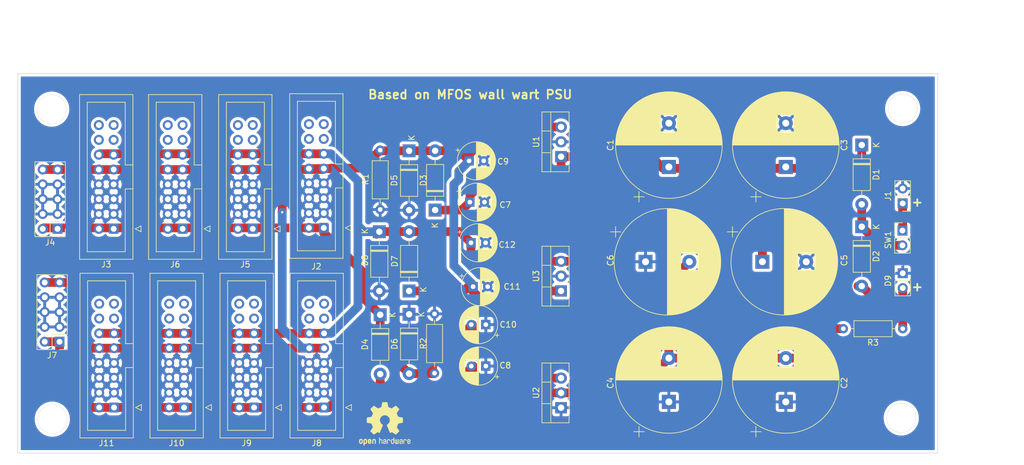
<source format=kicad_pcb>
(kicad_pcb (version 20211014) (generator pcbnew)
  (layers (0 "F.Cu" signal) (31 "B.Cu" signal) (34 "B.Paste" user) (35 "F.Paste" user) (36 "B.SilkS" user "B.Silkscreen") (37 "F.SilkS" user "F.Silkscreen") (38 "B.Mask" user) (39 "F.Mask" user) (44 "Edge.Cuts" user))
  (net 0 "")
  (net 1 "GND")
  (net 2 "Net-(C1-Pad1)")
  (net 3 "Net-(C2-Pad2)")
  (net 4 "+12V")
  (net 5 "-12V")
  (net 6 "Net-(D1-Pad2)")
  (net 7 "+5V")
  (net 8 "Net-(J1-Pad1)")
  (net 9 "Net-(D9-Pad2)")
  (footprint "Capacitor_THT:CP_Radial_D18.0mm_P7.50mm" (layer "F.Cu") (at 164 71 90)
    (fp_text reference "C1" (at 3.7396 -10.0012 90) (layer "F.SilkS"))
    (fp_text value "3300uF")
    (pad "1" thru_hole rect locked (at 0 0 90) (size 2.4 2.4) (drill 1.2) (layers *.Cu *.Mask) (net 2 "Net-(C1-Pad1)"))
    (pad "2" thru_hole circle locked (at 7.5 0 90) (size 2.4 2.4) (drill 1.2) (layers *.Cu *.Mask) (net 1 "GND"))
  )
  (footprint "Capacitor_THT:CP_Radial_D18.0mm_P7.50mm" (layer "F.Cu") (at 184.0012 111.2396 90)
    (fp_text reference "C2" (at 3.2396 9.9988 90) (layer "F.SilkS"))
    (fp_text value "3300uF")
    (pad "1" thru_hole rect locked (at 0 0 90) (size 2.4 2.4) (drill 1.2) (layers *.Cu *.Mask) (net 1 "GND"))
    (pad "2" thru_hole circle locked (at 7.5 0 90) (size 2.4 2.4) (drill 1.2) (layers *.Cu *.Mask) (net 3 "Net-(C2-Pad2)"))
  )
  (footprint "Capacitor_THT:CP_Radial_D18.0mm_P7.50mm" (layer "F.Cu") (at 184 71 90)
    (fp_text reference "C3" (at 3.7396 9.9988 90) (layer "F.SilkS"))
    (fp_text value "3300uF")
    (pad "1" thru_hole rect locked (at 0 0 90) (size 2.4 2.4) (drill 1.2) (layers *.Cu *.Mask) (net 2 "Net-(C1-Pad1)"))
    (pad "2" thru_hole circle locked (at 7.5 0 90) (size 2.4 2.4) (drill 1.2) (layers *.Cu *.Mask) (net 1 "GND"))
  )
  (footprint "Capacitor_THT:CP_Radial_D18.0mm_P7.50mm" (layer "F.Cu") (at 164.0012 111.2396 90)
    (fp_text reference "C4" (at 3.2396 -10.0012 90) (layer "F.SilkS"))
    (fp_text value "3300uF")
    (pad "1" thru_hole rect locked (at 0 0 90) (size 2.4 2.4) (drill 1.2) (layers *.Cu *.Mask) (net 1 "GND"))
    (pad "2" thru_hole circle locked (at 7.5 0 90) (size 2.4 2.4) (drill 1.2) (layers *.Cu *.Mask) (net 3 "Net-(C2-Pad2)"))
  )
  (footprint "Capacitor_THT:CP_Radial_D18.0mm_P7.50mm" (layer "F.Cu") (at 180 87.2396)
    (fp_text reference "C5" (at 13.9988 -0.2396 90) (layer "F.SilkS"))
    (fp_text value "3300uF")
    (pad "1" thru_hole rect locked (at 0 0) (size 2.4 2.4) (drill 1.2) (layers *.Cu *.Mask) (net 2 "Net-(C1-Pad1)"))
    (pad "2" thru_hole circle locked (at 7.5 0) (size 2.4 2.4) (drill 1.2) (layers *.Cu *.Mask) (net 1 "GND"))
  )
  (footprint "Capacitor_THT:CP_Radial_D18.0mm_P7.50mm" (layer "F.Cu") (at 160.0012 87.2396)
    (fp_text reference "C6" (at -6.0012 -0.2396 90) (layer "F.SilkS"))
    (fp_text value "3300uF")
    (pad "1" thru_hole rect locked (at 0 0) (size 2.4 2.4) (drill 1.2) (layers *.Cu *.Mask) (net 1 "GND"))
    (pad "2" thru_hole circle locked (at 7.5 0) (size 2.4 2.4) (drill 1.2) (layers *.Cu *.Mask) (net 3 "Net-(C2-Pad2)"))
  )
  (footprint "Capacitor_THT:CP_Radial_D6.3mm_P2.50mm" (layer "F.Cu") (at 129.948584 77.021852)
    (fp_text reference "C7" (at 6.051416 0.478148) (layer "F.SilkS"))
    (fp_text value "1uF")
    (pad "1" thru_hole rect locked (at 0 0) (size 1.6 1.6) (drill 0.8) (layers *.Cu *.Mask) (net 2 "Net-(C1-Pad1)"))
    (pad "2" thru_hole circle locked (at 2.5 0) (size 1.6 1.6) (drill 0.8) (layers *.Cu *.Mask) (net 1 "GND"))
  )
  (footprint "Capacitor_THT:CP_Radial_D6.3mm_P2.50mm" (layer "F.Cu") (at 132.68238 105.1052 180)
    (fp_text reference "C8" (at -3.31762 0.1052) (layer "F.SilkS"))
    (fp_text value "1uF")
    (pad "1" thru_hole rect locked (at 0 0 180) (size 1.6 1.6) (drill 0.8) (layers *.Cu *.Mask) (net 1 "GND"))
    (pad "2" thru_hole circle locked (at 2.5 0 180) (size 1.6 1.6) (drill 0.8) (layers *.Cu *.Mask) (net 3 "Net-(C2-Pad2)"))
  )
  (footprint "Capacitor_THT:CP_Radial_D6.3mm_P2.50mm" (layer "F.Cu") (at 129.817621 69.9516)
    (fp_text reference "C9" (at 5.80575 0.114266) (layer "F.SilkS"))
    (fp_text value "1uF")
    (pad "1" thru_hole rect locked (at 0 0) (size 1.6 1.6) (drill 0.8) (layers *.Cu *.Mask) (net 4 "+12V"))
    (pad "2" thru_hole circle locked (at 2.5 0) (size 1.6 1.6) (drill 0.8) (layers *.Cu *.Mask) (net 1 "GND"))
  )
  (footprint "Capacitor_THT:CP_Radial_D6.3mm_P2.50mm" (layer "F.Cu") (at 132.68238 98 180)
    (fp_text reference "C10" (at -3.81762 0) (layer "F.SilkS"))
    (fp_text value "1uF")
    (pad "1" thru_hole rect locked (at 0 0 180) (size 1.6 1.6) (drill 0.8) (layers *.Cu *.Mask) (net 1 "GND"))
    (pad "2" thru_hole circle locked (at 2.5 0 180) (size 1.6 1.6) (drill 0.8) (layers *.Cu *.Mask) (net 5 "-12V"))
  )
  (footprint "Diode_THT:D_DO-41_SOD81_P10.16mm_Horizontal" (layer "F.Cu") (at 197.0012 67.2396 -90)
    (fp_text reference "D1" (at 5.08 -2.47 90) (layer "F.SilkS"))
    (fp_text value "1N4004")
    (fp_text user "K" (at 0 -2.4988 90) (layer "F.SilkS"))
    (pad "1" thru_hole rect locked (at 0 0 270) (size 2.2 2.2) (drill 1.1) (layers *.Cu *.Mask) (net 2 "Net-(C1-Pad1)"))
    (pad "2" thru_hole oval locked (at 10.16 0 270) (size 2.2 2.2) (drill 1.1) (layers *.Cu *.Mask) (net 6 "Net-(D1-Pad2)"))
  )
  (footprint "Diode_THT:D_DO-41_SOD81_P10.16mm_Horizontal" (layer "F.Cu") (at 197.0012 81.2396 -90)
    (fp_text reference "D2" (at 5.08 -2.47 90) (layer "F.SilkS"))
    (fp_text value "1N4004")
    (fp_text user "K" (at 0 -2.4988 90) (layer "F.SilkS"))
    (pad "1" thru_hole rect locked (at 0 0 270) (size 2.2 2.2) (drill 1.1) (layers *.Cu *.Mask) (net 6 "Net-(D1-Pad2)"))
    (pad "2" thru_hole oval locked (at 10.16 0 270) (size 2.2 2.2) (drill 1.1) (layers *.Cu *.Mask) (net 3 "Net-(C2-Pad2)"))
  )
  (footprint "Diode_THT:D_DO-41_SOD81_P10.16mm_Horizontal" (layer "F.Cu") (at 124.0028 78.3844 90)
    (fp_text reference "D3" (at 5.08 -2.0028 90) (layer "F.SilkS"))
    (fp_text value "1N4004")
    (fp_text user "K" (at -2.6156 -0.0028 90) (layer "F.SilkS"))
    (pad "1" thru_hole rect locked (at 0 0 90) (size 2.2 2.2) (drill 1.1) (layers *.Cu *.Mask) (net 2 "Net-(C1-Pad1)"))
    (pad "2" thru_hole oval locked (at 10.16 0 90) (size 2.2 2.2) (drill 1.1) (layers *.Cu *.Mask) (net 4 "+12V"))
  )
  (footprint "Diode_THT:D_DO-41_SOD81_P10.16mm_Horizontal" (layer "F.Cu") (at 114.6048 96.3168 -90)
    (fp_text reference "D4" (at 5.08 2.6048 90) (layer "F.SilkS"))
    (fp_text value "1N4004")
    (fp_text user "K" (at 0 -2.1 90) (layer "F.SilkS"))
    (pad "1" thru_hole rect locked (at 0 0 270) (size 2.2 2.2) (drill 1.1) (layers *.Cu *.Mask) (net 5 "-12V"))
    (pad "2" thru_hole oval locked (at 10.16 0 270) (size 2.2 2.2) (drill 1.1) (layers *.Cu *.Mask) (net 3 "Net-(C2-Pad2)"))
  )
  (footprint "Diode_THT:D_DO-41_SOD81_P10.16mm_Horizontal" (layer "F.Cu") (at 119.5516 68.2396 -90)
    (fp_text reference "D5" (at 5.08 2.5516 90) (layer "F.SilkS"))
    (fp_text value "1N4004")
    (fp_text user "K" (at -2.2396 -0.4484 90) (layer "F.SilkS"))
    (pad "1" thru_hole rect locked (at 0 0 270) (size 2.2 2.2) (drill 1.1) (layers *.Cu *.Mask) (net 4 "+12V"))
    (pad "2" thru_hole oval locked (at 10.16 0 270) (size 2.2 2.2) (drill 1.1) (layers *.Cu *.Mask) (net 1 "GND"))
  )
  (footprint "Diode_THT:D_DO-41_SOD81_P10.16mm_Horizontal" (layer "F.Cu") (at 119.5516 96.2396 -90)
    (fp_text reference "D6" (at 5.08 2.5 90) (layer "F.SilkS"))
    (fp_text value "1N4004")
    (fp_text user "K" (at 0 -2.1 90) (layer "F.SilkS"))
    (pad "1" thru_hole rect locked (at 0 0 270) (size 2.2 2.2) (drill 1.1) (layers *.Cu *.Mask) (net 1 "GND"))
    (pad "2" thru_hole oval locked (at 10.16 0 270) (size 2.2 2.2) (drill 1.1) (layers *.Cu *.Mask) (net 5 "-12V"))
  )
  (footprint "Connector_IDC:IDC-Header_2x08_P2.54mm_Vertical" (layer "F.Cu") (at 104.9516 81.4396 180)
    (fp_text reference "J2" (at 1.27 -6.604) (layer "F.SilkS"))
    (fp_text value "Connector_Generic:Conn_02x08_Odd_Even")
    (pad "1" thru_hole roundrect locked (at 0 0 180) (size 1.7 1.7) (drill 1) (layers *.Cu *.Mask) (roundrect_rratio 0.147059) (net 5 "-12V"))
    (pad "2" thru_hole circle locked (at 2.54 0 180) (size 1.7 1.7) (drill 1) (layers *.Cu *.Mask) (net 5 "-12V"))
    (pad "3" thru_hole circle locked (at 0 2.54 180) (size 1.7 1.7) (drill 1) (layers *.Cu *.Mask) (net 1 "GND"))
    (pad "4" thru_hole circle locked (at 2.54 2.54 180) (size 1.7 1.7) (drill 1) (layers *.Cu *.Mask) (net 1 "GND"))
    (pad "5" thru_hole circle locked (at 0 5.08 180) (size 1.7 1.7) (drill 1) (layers *.Cu *.Mask) (net 1 "GND"))
    (pad "6" thru_hole circle locked (at 2.54 5.08 180) (size 1.7 1.7) (drill 1) (layers *.Cu *.Mask) (net 1 "GND"))
    (pad "7" thru_hole circle locked (at 0 7.62 180) (size 1.7 1.7) (drill 1) (layers *.Cu *.Mask) (net 1 "GND"))
    (pad "8" thru_hole circle locked (at 2.54 7.62 180) (size 1.7 1.7) (drill 1) (layers *.Cu *.Mask) (net 1 "GND"))
    (pad "9" thru_hole circle locked (at 0 10.16 180) (size 1.7 1.7) (drill 1) (layers *.Cu *.Mask) (net 4 "+12V"))
    (pad "10" thru_hole circle locked (at 2.54 10.16 180) (size 1.7 1.7) (drill 1) (layers *.Cu *.Mask) (net 4 "+12V"))
    (pad "11" thru_hole circle locked (at 0 12.7 180) (size 1.7 1.7) (drill 1) (layers *.Cu *.Mask) (net 7 "+5V"))
    (pad "12" thru_hole circle locked (at 2.54 12.7 180) (size 1.7 1.7) (drill 1) (layers *.Cu *.Mask) (net 7 "+5V"))
    (pad "13" thru_hole circle locked (at 0 15.24 180) (size 1.7 1.7) (drill 1) (layers *.Cu *.Mask))
    (pad "14" thru_hole circle locked (at 2.54 15.24 180) (size 1.7 1.7) (drill 1) (layers *.Cu *.Mask))
    (pad "15" thru_hole circle locked (at 0 17.78 180) (size 1.7 1.7) (drill 1) (layers *.Cu *.Mask))
    (pad "16" thru_hole circle locked (at 2.54 17.78 180) (size 1.7 1.7) (drill 1) (layers *.Cu *.Mask))
  )
  (footprint "Resistor_THT:R_Axial_DIN0207_L6.3mm_D2.5mm_P10.16mm_Horizontal" (layer "F.Cu") (at 114.6048 68.1228 -90)
    (fp_text reference "R1" (at 5 2.5 90) (layer "F.SilkS"))
    (fp_text value "3K3")
    (pad "1" thru_hole circle locked (at 0 0 270) (size 1.6 1.6) (drill 0.8) (layers *.Cu *.Mask) (net 4 "+12V"))
    (pad "2" thru_hole oval locked (at 10.16 0 270) (size 1.6 1.6) (drill 0.8) (layers *.Cu *.Mask) (net 1 "GND"))
  )
  (footprint "Resistor_THT:R_Axial_DIN0207_L6.3mm_D2.5mm_P10.16mm_Horizontal" (layer "F.Cu") (at 123.9012 106.3244 90)
    (fp_text reference "R2" (at 5.08 -1.9012 90) (layer "F.SilkS"))
    (fp_text value "3K3")
    (pad "1" thru_hole circle locked (at 0 0 90) (size 1.6 1.6) (drill 0.8) (layers *.Cu *.Mask) (net 5 "-12V"))
    (pad "2" thru_hole oval locked (at 10.16 0 90) (size 1.6 1.6) (drill 0.8) (layers *.Cu *.Mask) (net 1 "GND"))
  )
  (footprint "Connector_PinHeader_2.54mm:PinHeader_1x02_P2.54mm_Vertical" (layer "F.Cu") (at 204.0012 77.2396 180)
    (fp_text reference "J1" (at 2.5012 1.2396 90) (layer "F.SilkS"))
    (fp_text value "Barrel_Jack")
    (pad "1" thru_hole rect locked (at 0 0 180) (size 1.7 1.7) (drill 1) (layers *.Cu *.Mask) (net 8 "Net-(J1-Pad1)"))
    (pad "2" thru_hole oval locked (at 0 2.54 180) (size 1.7 1.7) (drill 1) (layers *.Cu *.Mask) (net 1 "GND"))
  )
  (footprint "Package_TO_SOT_THT:TO-220-3_Vertical" (layer "F.Cu") (at 145.5516 69.2396 90)
    (fp_text reference "U1" (at 2.54 -4.27 90) (layer "F.SilkS"))
    (fp_text value "L7812")
    (pad "1" thru_hole rect locked (at 0 0 90) (size 1.905 2) (drill 1.1) (layers *.Cu *.Mask) (net 2 "Net-(C1-Pad1)"))
    (pad "2" thru_hole oval locked (at 2.54 0 90) (size 1.905 2) (drill 1.1) (layers *.Cu *.Mask) (net 1 "GND"))
    (pad "3" thru_hole oval locked (at 5.08 0 90) (size 1.905 2) (drill 1.1) (layers *.Cu *.Mask) (net 4 "+12V"))
  )
  (footprint "Package_TO_SOT_THT:TO-220-3_Vertical" (layer "F.Cu") (at 145.5516 112.2396 90)
    (fp_text reference "U2" (at 2.54 -4.27 90) (layer "F.SilkS"))
    (fp_text value "L7912")
    (pad "1" thru_hole rect locked (at 0 0 90) (size 1.905 2) (drill 1.1) (layers *.Cu *.Mask) (net 1 "GND"))
    (pad "2" thru_hole oval locked (at 2.54 0 90) (size 1.905 2) (drill 1.1) (layers *.Cu *.Mask) (net 3 "Net-(C2-Pad2)"))
    (pad "3" thru_hole oval locked (at 5.08 0 90) (size 1.905 2) (drill 1.1) (layers *.Cu *.Mask) (net 5 "-12V"))
  )
  (footprint "Package_TO_SOT_THT:TO-220-3_Vertical" (layer "F.Cu") (at 145.5516 92.2396 90)
    (fp_text reference "U3" (at 2.54 -4.27 90) (layer "F.SilkS"))
    (fp_text value "L7805")
    (pad "1" thru_hole rect locked (at 0 0 90) (size 1.905 2) (drill 1.1) (layers *.Cu *.Mask) (net 4 "+12V"))
    (pad "2" thru_hole oval locked (at 2.54 0 90) (size 1.905 2) (drill 1.1) (layers *.Cu *.Mask) (net 1 "GND"))
    (pad "3" thru_hole oval locked (at 5.08 0 90) (size 1.905 2) (drill 1.1) (layers *.Cu *.Mask) (net 7 "+5V"))
  )
  (footprint "Capacitor_THT:CP_Radial_D6.3mm_P2.50mm" (layer "F.Cu") (at 130.5 91.5)
    (fp_text reference "C11" (at 6.682379 0) (layer "F.SilkS"))
    (fp_text value "1uF")
    (pad "1" thru_hole rect locked (at 0 0) (size 1.6 1.6) (drill 0.8) (layers *.Cu *.Mask) (net 4 "+12V"))
    (pad "2" thru_hole circle locked (at 2.5 0) (size 1.6 1.6) (drill 0.8) (layers *.Cu *.Mask) (net 1 "GND"))
  )
  (footprint "Capacitor_THT:CP_Radial_D6.3mm_P2.50mm" (layer "F.Cu") (at 130.1452 83.9856)
    (fp_text reference "C12" (at 6.173769 0.340038) (layer "F.SilkS"))
    (fp_text value "1uF")
    (pad "1" thru_hole rect locked (at 0 0) (size 1.6 1.6) (drill 0.8) (layers *.Cu *.Mask) (net 7 "+5V"))
    (pad "2" thru_hole circle locked (at 2.5 0) (size 1.6 1.6) (drill 0.8) (layers *.Cu *.Mask) (net 1 "GND"))
  )
  (footprint "Diode_THT:D_DO-41_SOD81_P10.16mm_Horizontal" (layer "F.Cu") (at 119.5516 92.2396 90)
    (fp_text reference "D7" (at 5.08 -2.47 90) (layer "F.SilkS"))
    (fp_text value "1N4004")
    (fp_text user "K" (at 0.2396 2.4484 90) (layer "F.SilkS"))
    (pad "1" thru_hole rect locked (at 0 0 90) (size 2.2 2.2) (drill 1.1) (layers *.Cu *.Mask) (net 4 "+12V"))
    (pad "2" thru_hole oval locked (at 10.16 0 90) (size 2.2 2.2) (drill 1.1) (layers *.Cu *.Mask) (net 7 "+5V"))
  )
  (footprint "Diode_THT:D_DO-41_SOD81_P10.16mm_Horizontal" (layer "F.Cu") (at 114.4524 82.0928 -90)
    (fp_text reference "D8" (at 4.9072 2.4524 90) (layer "F.SilkS"))
    (fp_text value "1N4004")
    (fp_text user "K" (at -0.0928 2.4524 90) (layer "F.SilkS"))
    (pad "1" thru_hole rect locked (at 0 0 270) (size 2.2 2.2) (drill 1.1) (layers *.Cu *.Mask) (net 7 "+5V"))
    (pad "2" thru_hole oval locked (at 10.16 0 270) (size 2.2 2.2) (drill 1.1) (layers *.Cu *.Mask) (net 1 "GND"))
  )
  (footprint "Connector_PinHeader_2.54mm:PinHeader_1x02_P2.54mm_Vertical" (layer "F.Cu") (at 203.962 81.8896)
    (fp_text reference "SW1" (at -2.462 1.6104 90) (layer "F.SilkS"))
    (fp_text value "SW_SPST")
    (pad "1" thru_hole rect locked (at 0 0) (size 1.7 1.7) (drill 1) (layers *.Cu *.Mask) (net 8 "Net-(J1-Pad1)"))
    (pad "2" thru_hole oval locked (at 0 2.54) (size 1.7 1.7) (drill 1) (layers *.Cu *.Mask) (net 6 "Net-(D1-Pad2)"))
  )
  (footprint "Connector_PinHeader_2.54mm:PinHeader_1x02_P2.54mm_Vertical" (layer "F.Cu") (at 204.0128 89.2048)
    (fp_text reference "D9" (at -2.5128 1.2952 90) (layer "F.SilkS"))
    (fp_text value "LED")
    (pad "1" thru_hole rect locked (at 0 0) (size 1.7 1.7) (drill 1) (layers *.Cu *.Mask) (net 1 "GND"))
    (pad "2" thru_hole oval locked (at 0 2.54) (size 1.7 1.7) (drill 1) (layers *.Cu *.Mask) (net 9 "Net-(D9-Pad2)"))
  )
  (footprint "Resistor_THT:R_Axial_DIN0207_L6.3mm_D2.5mm_P10.16mm_Horizontal" (layer "F.Cu") (at 204.0128 98.7044 180)
    (fp_text reference "R3" (at 5.08 -2.37) (layer "F.SilkS"))
    (fp_text value "160")
    (pad "1" thru_hole circle locked (at 0 0 180) (size 1.6 1.6) (drill 0.8) (layers *.Cu *.Mask) (net 9 "Net-(D9-Pad2)"))
    (pad "2" thru_hole oval locked (at 10.16 0 180) (size 1.6 1.6) (drill 0.8) (layers *.Cu *.Mask) (net 7 "+5V"))
  )
  (footprint "Connector_IDC:IDC-Header_2x08_P2.54mm_Vertical" (layer "F.Cu") (at 69 81.6 180)
    (fp_text reference "J3" (at 1.27 -6.1) (layer "F.SilkS"))
    (fp_text value "Connector_Generic:Conn_02x08_Odd_Even")
    (pad "1" thru_hole roundrect locked (at 0 0 180) (size 1.7 1.7) (drill 1) (layers *.Cu *.Mask) (roundrect_rratio 0.147059) (net 5 "-12V"))
    (pad "2" thru_hole circle locked (at 2.54 0 180) (size 1.7 1.7) (drill 1) (layers *.Cu *.Mask) (net 5 "-12V"))
    (pad "3" thru_hole circle locked (at 0 2.54 180) (size 1.7 1.7) (drill 1) (layers *.Cu *.Mask) (net 1 "GND"))
    (pad "4" thru_hole circle locked (at 2.54 2.54 180) (size 1.7 1.7) (drill 1) (layers *.Cu *.Mask) (net 1 "GND"))
    (pad "5" thru_hole circle locked (at 0 5.08 180) (size 1.7 1.7) (drill 1) (layers *.Cu *.Mask) (net 1 "GND"))
    (pad "6" thru_hole circle locked (at 2.54 5.08 180) (size 1.7 1.7) (drill 1) (layers *.Cu *.Mask) (net 1 "GND"))
    (pad "7" thru_hole circle locked (at 0 7.62 180) (size 1.7 1.7) (drill 1) (layers *.Cu *.Mask) (net 1 "GND"))
    (pad "8" thru_hole circle locked (at 2.54 7.62 180) (size 1.7 1.7) (drill 1) (layers *.Cu *.Mask) (net 1 "GND"))
    (pad "9" thru_hole circle locked (at 0 10.16 180) (size 1.7 1.7) (drill 1) (layers *.Cu *.Mask) (net 4 "+12V"))
    (pad "10" thru_hole circle locked (at 2.54 10.16 180) (size 1.7 1.7) (drill 1) (layers *.Cu *.Mask) (net 4 "+12V"))
    (pad "11" thru_hole circle locked (at 0 12.7 180) (size 1.7 1.7) (drill 1) (layers *.Cu *.Mask) (net 7 "+5V"))
    (pad "12" thru_hole circle locked (at 2.54 12.7 180) (size 1.7 1.7) (drill 1) (layers *.Cu *.Mask) (net 7 "+5V"))
    (pad "13" thru_hole circle locked (at 0 15.24 180) (size 1.7 1.7) (drill 1) (layers *.Cu *.Mask))
    (pad "14" thru_hole circle locked (at 2.54 15.24 180) (size 1.7 1.7) (drill 1) (layers *.Cu *.Mask))
    (pad "15" thru_hole circle locked (at 0 17.78 180) (size 1.7 1.7) (drill 1) (layers *.Cu *.Mask))
    (pad "16" thru_hole circle locked (at 2.54 17.78 180) (size 1.7 1.7) (drill 1) (layers *.Cu *.Mask))
  )
  (footprint "Symbol:OSHW-Logo2_9.8x8mm_SilkScreen" (layer "F.Cu") (at 115.4 115)
    (fp_text reference "REF**" hide)
    (fp_text value "OSHW-Logo2_9.8x8mm_SilkScreen" hide)
  )
  (footprint "Connector_PinHeader_2.54mm:PinHeader_2x05_P2.54mm_Vertical" (layer "F.Cu") (at 59.4 81.6 180)
    (fp_text reference "J4" (at 1.27 -2.33) (layer "F.SilkS"))
    (fp_text value "Conn_02x05_Odd_Even")
    (pad "1" thru_hole rect locked (at 0 0 180) (size 1.7 1.7) (drill 1) (layers *.Cu *.Mask) (net 5 "-12V"))
    (pad "2" thru_hole oval locked (at 2.54 0 180) (size 1.7 1.7) (drill 1) (layers *.Cu *.Mask) (net 5 "-12V"))
    (pad "3" thru_hole oval locked (at 0 2.54 180) (size 1.7 1.7) (drill 1) (layers *.Cu *.Mask) (net 1 "GND"))
    (pad "4" thru_hole oval locked (at 2.54 2.54 180) (size 1.7 1.7) (drill 1) (layers *.Cu *.Mask) (net 1 "GND"))
    (pad "5" thru_hole oval locked (at 0 5.08 180) (size 1.7 1.7) (drill 1) (layers *.Cu *.Mask) (net 1 "GND"))
    (pad "6" thru_hole oval locked (at 2.54 5.08 180) (size 1.7 1.7) (drill 1) (layers *.Cu *.Mask) (net 1 "GND"))
    (pad "7" thru_hole oval locked (at 0 7.62 180) (size 1.7 1.7) (drill 1) (layers *.Cu *.Mask) (net 1 "GND"))
    (pad "8" thru_hole oval locked (at 2.54 7.62 180) (size 1.7 1.7) (drill 1) (layers *.Cu *.Mask) (net 1 "GND"))
    (pad "9" thru_hole oval locked (at 0 10.16 180) (size 1.7 1.7) (drill 1) (layers *.Cu *.Mask) (net 4 "+12V"))
    (pad "10" thru_hole oval locked (at 2.54 10.16 180) (size 1.7 1.7) (drill 1) (layers *.Cu *.Mask) (net 4 "+12V"))
  )
  (footprint "Connector_IDC:IDC-Header_2x08_P2.54mm_Vertical" (layer "F.Cu") (at 92.8 81.6 180)
    (fp_text reference "J5" (at 1.27 -6.1) (layer "F.SilkS"))
    (fp_text value "Connector_Generic:Conn_02x08_Odd_Even")
    (pad "1" thru_hole roundrect locked (at 0 0 180) (size 1.7 1.7) (drill 1) (layers *.Cu *.Mask) (roundrect_rratio 0.147059) (net 5 "-12V"))
    (pad "2" thru_hole circle locked (at 2.54 0 180) (size 1.7 1.7) (drill 1) (layers *.Cu *.Mask) (net 5 "-12V"))
    (pad "3" thru_hole circle locked (at 0 2.54 180) (size 1.7 1.7) (drill 1) (layers *.Cu *.Mask) (net 1 "GND"))
    (pad "4" thru_hole circle locked (at 2.54 2.54 180) (size 1.7 1.7) (drill 1) (layers *.Cu *.Mask) (net 1 "GND"))
    (pad "5" thru_hole circle locked (at 0 5.08 180) (size 1.7 1.7) (drill 1) (layers *.Cu *.Mask) (net 1 "GND"))
    (pad "6" thru_hole circle locked (at 2.54 5.08 180) (size 1.7 1.7) (drill 1) (layers *.Cu *.Mask) (net 1 "GND"))
    (pad "7" thru_hole circle locked (at 0 7.62 180) (size 1.7 1.7) (drill 1) (layers *.Cu *.Mask) (net 1 "GND"))
    (pad "8" thru_hole circle locked (at 2.54 7.62 180) (size 1.7 1.7) (drill 1) (layers *.Cu *.Mask) (net 1 "GND"))
    (pad "9" thru_hole circle locked (at 0 10.16 180) (size 1.7 1.7) (drill 1) (layers *.Cu *.Mask) (net 4 "+12V"))
    (pad "10" thru_hole circle locked (at 2.54 10.16 180) (size 1.7 1.7) (drill 1) (layers *.Cu *.Mask) (net 4 "+12V"))
    (pad "11" thru_hole circle locked (at 0 12.7 180) (size 1.7 1.7) (drill 1) (layers *.Cu *.Mask) (net 7 "+5V"))
    (pad "12" thru_hole circle locked (at 2.54 12.7 180) (size 1.7 1.7) (drill 1) (layers *.Cu *.Mask) (net 7 "+5V"))
    (pad "13" thru_hole circle locked (at 0 15.24 180) (size 1.7 1.7) (drill 1) (layers *.Cu *.Mask))
    (pad "14" thru_hole circle locked (at 2.54 15.24 180) (size 1.7 1.7) (drill 1) (layers *.Cu *.Mask))
    (pad "15" thru_hole circle locked (at 0 17.78 180) (size 1.7 1.7) (drill 1) (layers *.Cu *.Mask))
    (pad "16" thru_hole circle locked (at 2.54 17.78 180) (size 1.7 1.7) (drill 1) (layers *.Cu *.Mask))
  )
  (footprint "Connector_IDC:IDC-Header_2x08_P2.54mm_Vertical" (layer "F.Cu") (at 80.8 81.6 180)
    (fp_text reference "J6" (at 1.27 -6.1) (layer "F.SilkS"))
    (fp_text value "Connector_Generic:Conn_02x08_Odd_Even")
    (pad "1" thru_hole roundrect locked (at 0 0 180) (size 1.7 1.7) (drill 1) (layers *.Cu *.Mask) (roundrect_rratio 0.147059) (net 5 "-12V"))
    (pad "2" thru_hole circle locked (at 2.54 0 180) (size 1.7 1.7) (drill 1) (layers *.Cu *.Mask) (net 5 "-12V"))
    (pad "3" thru_hole circle locked (at 0 2.54 180) (size 1.7 1.7) (drill 1) (layers *.Cu *.Mask) (net 1 "GND"))
    (pad "4" thru_hole circle locked (at 2.54 2.54 180) (size 1.7 1.7) (drill 1) (layers *.Cu *.Mask) (net 1 "GND"))
    (pad "5" thru_hole circle locked (at 0 5.08 180) (size 1.7 1.7) (drill 1) (layers *.Cu *.Mask) (net 1 "GND"))
    (pad "6" thru_hole circle locked (at 2.54 5.08 180) (size 1.7 1.7) (drill 1) (layers *.Cu *.Mask) (net 1 "GND"))
    (pad "7" thru_hole circle locked (at 0 7.62 180) (size 1.7 1.7) (drill 1) (layers *.Cu *.Mask) (net 1 "GND"))
    (pad "8" thru_hole circle locked (at 2.54 7.62 180) (size 1.7 1.7) (drill 1) (layers *.Cu *.Mask) (net 1 "GND"))
    (pad "9" thru_hole circle locked (at 0 10.16 180) (size 1.7 1.7) (drill 1) (layers *.Cu *.Mask) (net 4 "+12V"))
    (pad "10" thru_hole circle locked (at 2.54 10.16 180) (size 1.7 1.7) (drill 1) (layers *.Cu *.Mask) (net 4 "+12V"))
    (pad "11" thru_hole circle locked (at 0 12.7 180) (size 1.7 1.7) (drill 1) (layers *.Cu *.Mask) (net 7 "+5V"))
    (pad "12" thru_hole circle locked (at 2.54 12.7 180) (size 1.7 1.7) (drill 1) (layers *.Cu *.Mask) (net 7 "+5V"))
    (pad "13" thru_hole circle locked (at 0 15.24 180) (size 1.7 1.7) (drill 1) (layers *.Cu *.Mask))
    (pad "14" thru_hole circle locked (at 2.54 15.24 180) (size 1.7 1.7) (drill 1) (layers *.Cu *.Mask))
    (pad "15" thru_hole circle locked (at 0 17.78 180) (size 1.7 1.7) (drill 1) (layers *.Cu *.Mask))
    (pad "16" thru_hole circle locked (at 2.54 17.78 180) (size 1.7 1.7) (drill 1) (layers *.Cu *.Mask))
  )
  (footprint "Connector_PinHeader_2.54mm:PinHeader_2x05_P2.54mm_Vertical" (layer "F.Cu") (at 59.74 100.94 180)
    (fp_text reference "J7" (at 1.27 -2.33) (layer "F.SilkS"))
    (fp_text value "Conn_02x05_Odd_Even")
    (pad "1" thru_hole rect locked (at 0 0 180) (size 1.7 1.7) (drill 1) (layers *.Cu *.Mask) (net 5 "-12V"))
    (pad "2" thru_hole oval locked (at 2.54 0 180) (size 1.7 1.7) (drill 1) (layers *.Cu *.Mask) (net 5 "-12V"))
    (pad "3" thru_hole oval locked (at 0 2.54 180) (size 1.7 1.7) (drill 1) (layers *.Cu *.Mask) (net 1 "GND"))
    (pad "4" thru_hole oval locked (at 2.54 2.54 180) (size 1.7 1.7) (drill 1) (layers *.Cu *.Mask) (net 1 "GND"))
    (pad "5" thru_hole oval locked (at 0 5.08 180) (size 1.7 1.7) (drill 1) (layers *.Cu *.Mask) (net 1 "GND"))
    (pad "6" thru_hole oval locked (at 2.54 5.08 180) (size 1.7 1.7) (drill 1) (layers *.Cu *.Mask) (net 1 "GND"))
    (pad "7" thru_hole oval locked (at 0 7.62 180) (size 1.7 1.7) (drill 1) (layers *.Cu *.Mask) (net 1 "GND"))
    (pad "8" thru_hole oval locked (at 2.54 7.62 180) (size 1.7 1.7) (drill 1) (layers *.Cu *.Mask) (net 1 "GND"))
    (pad "9" thru_hole oval locked (at 0 10.16 180) (size 1.7 1.7) (drill 1) (layers *.Cu *.Mask) (net 4 "+12V"))
    (pad "10" thru_hole oval locked (at 2.54 10.16 180) (size 1.7 1.7) (drill 1) (layers *.Cu *.Mask) (net 4 "+12V"))
  )
  (footprint "Connector_IDC:IDC-Header_2x08_P2.54mm_Vertical" (layer "F.Cu") (at 105.005 112.2 180)
    (fp_text reference "J8" (at 1.27 -6.1) (layer "F.SilkS"))
    (fp_text value "Connector_Generic:Conn_02x08_Odd_Even")
    (pad "1" thru_hole roundrect locked (at 0 0 180) (size 1.7 1.7) (drill 1) (layers *.Cu *.Mask) (roundrect_rratio 0.147059) (net 5 "-12V"))
    (pad "2" thru_hole circle locked (at 2.54 0 180) (size 1.7 1.7) (drill 1) (layers *.Cu *.Mask) (net 5 "-12V"))
    (pad "3" thru_hole circle locked (at 0 2.54 180) (size 1.7 1.7) (drill 1) (layers *.Cu *.Mask) (net 1 "GND"))
    (pad "4" thru_hole circle locked (at 2.54 2.54 180) (size 1.7 1.7) (drill 1) (layers *.Cu *.Mask) (net 1 "GND"))
    (pad "5" thru_hole circle locked (at 0 5.08 180) (size 1.7 1.7) (drill 1) (layers *.Cu *.Mask) (net 1 "GND"))
    (pad "6" thru_hole circle locked (at 2.54 5.08 180) (size 1.7 1.7) (drill 1) (layers *.Cu *.Mask) (net 1 "GND"))
    (pad "7" thru_hole circle locked (at 0 7.62 180) (size 1.7 1.7) (drill 1) (layers *.Cu *.Mask) (net 1 "GND"))
    (pad "8" thru_hole circle locked (at 2.54 7.62 180) (size 1.7 1.7) (drill 1) (layers *.Cu *.Mask) (net 1 "GND"))
    (pad "9" thru_hole circle locked (at 0 10.16 180) (size 1.7 1.7) (drill 1) (layers *.Cu *.Mask) (net 4 "+12V"))
    (pad "10" thru_hole circle locked (at 2.54 10.16 180) (size 1.7 1.7) (drill 1) (layers *.Cu *.Mask) (net 4 "+12V"))
    (pad "11" thru_hole circle locked (at 0 12.7 180) (size 1.7 1.7) (drill 1) (layers *.Cu *.Mask) (net 7 "+5V"))
    (pad "12" thru_hole circle locked (at 2.54 12.7 180) (size 1.7 1.7) (drill 1) (layers *.Cu *.Mask) (net 7 "+5V"))
    (pad "13" thru_hole circle locked (at 0 15.24 180) (size 1.7 1.7) (drill 1) (layers *.Cu *.Mask))
    (pad "14" thru_hole circle locked (at 2.54 15.24 180) (size 1.7 1.7) (drill 1) (layers *.Cu *.Mask))
    (pad "15" thru_hole circle locked (at 0 17.78 180) (size 1.7 1.7) (drill 1) (layers *.Cu *.Mask))
    (pad "16" thru_hole circle locked (at 2.54 17.78 180) (size 1.7 1.7) (drill 1) (layers *.Cu *.Mask))
  )
  (footprint "Connector_IDC:IDC-Header_2x08_P2.54mm_Vertical" (layer "F.Cu") (at 93.025 112.2 180)
    (fp_text reference "J9" (at 1.27 -6.1) (layer "F.SilkS"))
    (fp_text value "Connector_Generic:Conn_02x08_Odd_Even")
    (pad "1" thru_hole roundrect locked (at 0 0 180) (size 1.7 1.7) (drill 1) (layers *.Cu *.Mask) (roundrect_rratio 0.147059) (net 5 "-12V"))
    (pad "2" thru_hole circle locked (at 2.54 0 180) (size 1.7 1.7) (drill 1) (layers *.Cu *.Mask) (net 5 "-12V"))
    (pad "3" thru_hole circle locked (at 0 2.54 180) (size 1.7 1.7) (drill 1) (layers *.Cu *.Mask) (net 1 "GND"))
    (pad "4" thru_hole circle locked (at 2.54 2.54 180) (size 1.7 1.7) (drill 1) (layers *.Cu *.Mask) (net 1 "GND"))
    (pad "5" thru_hole circle locked (at 0 5.08 180) (size 1.7 1.7) (drill 1) (layers *.Cu *.Mask) (net 1 "GND"))
    (pad "6" thru_hole circle locked (at 2.54 5.08 180) (size 1.7 1.7) (drill 1) (layers *.Cu *.Mask) (net 1 "GND"))
    (pad "7" thru_hole circle locked (at 0 7.62 180) (size 1.7 1.7) (drill 1) (layers *.Cu *.Mask) (net 1 "GND"))
    (pad "8" thru_hole circle locked (at 2.54 7.62 180) (size 1.7 1.7) (drill 1) (layers *.Cu *.Mask) (net 1 "GND"))
    (pad "9" thru_hole circle locked (at 0 10.16 180) (size 1.7 1.7) (drill 1) (layers *.Cu *.Mask) (net 4 "+12V"))
    (pad "10" thru_hole circle locked (at 2.54 10.16 180) (size 1.7 1.7) (drill 1) (layers *.Cu *.Mask) (net 4 "+12V"))
    (pad "11" thru_hole circle locked (at 0 12.7 180) (size 1.7 1.7) (drill 1) (layers *.Cu *.Mask) (net 7 "+5V"))
    (pad "12" thru_hole circle locked (at 2.54 12.7 180) (size 1.7 1.7) (drill 1) (layers *.Cu *.Mask) (net 7 "+5V"))
    (pad "13" thru_hole circle locked (at 0 15.24 180) (size 1.7 1.7) (drill 1) (layers *.Cu *.Mask))
    (pad "14" thru_hole circle locked (at 2.54 15.24 180) (size 1.7 1.7) (drill 1) (layers *.Cu *.Mask))
    (pad "15" thru_hole circle locked (at 0 17.78 180) (size 1.7 1.7) (drill 1) (layers *.Cu *.Mask))
    (pad "16" thru_hole circle locked (at 2.54 17.78 180) (size 1.7 1.7) (drill 1) (layers *.Cu *.Mask))
  )
  (footprint "Connector_IDC:IDC-Header_2x08_P2.54mm_Vertical" (layer "F.Cu") (at 81.045 112.2 180)
    (fp_text reference "J10" (at 1.27 -6.1) (layer "F.SilkS"))
    (fp_text value "Connector_Generic:Conn_02x08_Odd_Even")
    (pad "1" thru_hole roundrect locked (at 0 0 180) (size 1.7 1.7) (drill 1) (layers *.Cu *.Mask) (roundrect_rratio 0.147059) (net 5 "-12V"))
    (pad "2" thru_hole circle locked (at 2.54 0 180) (size 1.7 1.7) (drill 1) (layers *.Cu *.Mask) (net 5 "-12V"))
    (pad "3" thru_hole circle locked (at 0 2.54 180) (size 1.7 1.7) (drill 1) (layers *.Cu *.Mask) (net 1 "GND"))
    (pad "4" thru_hole circle locked (at 2.54 2.54 180) (size 1.7 1.7) (drill 1) (layers *.Cu *.Mask) (net 1 "GND"))
    (pad "5" thru_hole circle locked (at 0 5.08 180) (size 1.7 1.7) (drill 1) (layers *.Cu *.Mask) (net 1 "GND"))
    (pad "6" thru_hole circle locked (at 2.54 5.08 180) (size 1.7 1.7) (drill 1) (layers *.Cu *.Mask) (net 1 "GND"))
    (pad "7" thru_hole circle locked (at 0 7.62 180) (size 1.7 1.7) (drill 1) (layers *.Cu *.Mask) (net 1 "GND"))
    (pad "8" thru_hole circle locked (at 2.54 7.62 180) (size 1.7 1.7) (drill 1) (layers *.Cu *.Mask) (net 1 "GND"))
    (pad "9" thru_hole circle locked (at 0 10.16 180) (size 1.7 1.7) (drill 1) (layers *.Cu *.Mask) (net 4 "+12V"))
    (pad "10" thru_hole circle locked (at 2.54 10.16 180) (size 1.7 1.7) (drill 1) (layers *.Cu *.Mask) (net 4 "+12V"))
    (pad "11" thru_hole circle locked (at 0 12.7 180) (size 1.7 1.7) (drill 1) (layers *.Cu *.Mask) (net 7 "+5V"))
    (pad "12" thru_hole circle locked (at 2.54 12.7 180) (size 1.7 1.7) (drill 1) (layers *.Cu *.Mask) (net 7 "+5V"))
    (pad "13" thru_hole circle locked (at 0 15.24 180) (size 1.7 1.7) (drill 1) (layers *.Cu *.Mask))
    (pad "14" thru_hole circle locked (at 2.54 15.24 180) (size 1.7 1.7) (drill 1) (layers *.Cu *.Mask))
    (pad "15" thru_hole circle locked (at 0 17.78 180) (size 1.7 1.7) (drill 1) (layers *.Cu *.Mask))
    (pad "16" thru_hole circle locked (at 2.54 17.78 180) (size 1.7 1.7) (drill 1) (layers *.Cu *.Mask))
  )
  (footprint "Connector_IDC:IDC-Header_2x08_P2.54mm_Vertical" (layer "F.Cu") (at 69.065 112.2 180)
    (fp_text reference "J11" (at 1.27 -6.1) (layer "F.SilkS"))
    (fp_text value "Connector_Generic:Conn_02x08_Odd_Even")
    (pad "1" thru_hole roundrect locked (at 0 0 180) (size 1.7 1.7) (drill 1) (layers *.Cu *.Mask) (roundrect_rratio 0.147059) (net 5 "-12V"))
    (pad "2" thru_hole circle locked (at 2.54 0 180) (size 1.7 1.7) (drill 1) (layers *.Cu *.Mask) (net 5 "-12V"))
    (pad "3" thru_hole circle locked (at 0 2.54 180) (size 1.7 1.7) (drill 1) (layers *.Cu *.Mask) (net 1 "GND"))
    (pad "4" thru_hole circle locked (at 2.54 2.54 180) (size 1.7 1.7) (drill 1) (layers *.Cu *.Mask) (net 1 "GND"))
    (pad "5" thru_hole circle locked (at 0 5.08 180) (size 1.7 1.7) (drill 1) (layers *.Cu *.Mask) (net 1 "GND"))
    (pad "6" thru_hole circle locked (at 2.54 5.08 180) (size 1.7 1.7) (drill 1) (layers *.Cu *.Mask) (net 1 "GND"))
    (pad "7" thru_hole circle locked (at 0 7.62 180) (size 1.7 1.7) (drill 1) (layers *.Cu *.Mask) (net 1 "GND"))
    (pad "8" thru_hole circle locked (at 2.54 7.62 180) (size 1.7 1.7) (drill 1) (layers *.Cu *.Mask) (net 1 "GND"))
    (pad "9" thru_hole circle locked (at 0 10.16 180) (size 1.7 1.7) (drill 1) (layers *.Cu *.Mask) (net 4 "+12V"))
    (pad "10" thru_hole circle locked (at 2.54 10.16 180) (size 1.7 1.7) (drill 1) (layers *.Cu *.Mask) (net 4 "+12V"))
    (pad "11" thru_hole circle locked (at 0 12.7 180) (size 1.7 1.7) (drill 1) (layers *.Cu *.Mask) (net 7 "+5V"))
    (pad "12" thru_hole circle locked (at 2.54 12.7 180) (size 1.7 1.7) (drill 1) (layers *.Cu *.Mask) (net 7 "+5V"))
    (pad "13" thru_hole circle locked (at 0 15.24 180) (size 1.7 1.7) (drill 1) (layers *.Cu *.Mask))
    (pad "14" thru_hole circle locked (at 2.54 15.24 180) (size 1.7 1.7) (drill 1) (layers *.Cu *.Mask))
    (pad "15" thru_hole circle locked (at 0 17.78 180) (size 1.7 1.7) (drill 1) (layers *.Cu *.Mask))
    (pad "16" thru_hole circle locked (at 2.54 17.78 180) (size 1.7 1.7) (drill 1) (layers *.Cu *.Mask))
  )
  (gr_circle (center 203.7588 114) (end 203.7588 116.5) (layer "Edge.Cuts") (width 0.05) (fill none))
  (gr_circle (center 204 61) (end 204 63.5) (layer "Edge.Cuts") (width 0.05) (fill none))
  (gr_circle (center 58.5 114.2) (end 58.5 116.7) (layer "Edge.Cuts") (width 0.05) (fill none))
  (gr_line (start 52.6 120) (end 52.6 55) (layer "Edge.Cuts") (width 0.1))
  (gr_circle (center 58.4 61.1) (end 58.4 63.6) (layer "Edge.Cuts") (width 0.05) (fill none))
  (gr_line (start 210 120) (end 52.6 120) (layer "Edge.Cuts") (width 0.1))
  (gr_line (start 52.6 55) (end 210 55) (layer "Edge.Cuts") (width 0.1))
  (gr_line (start 210 55) (end 210 120) (layer "Edge.Cuts") (width 0.1))
  (gr_text "+" (at 206.5 91.5) (layer "F.SilkS") (effects (font (size 1.5 1.5) (thickness 0.3)) (justify mirror)))
  (gr_text "Based on MFOS wall wart PSU" (at 130 58.6) (layer "F.SilkS") (effects (font (size 1.5 1.5) (thickness 0.3))))
  (gr_text "+" (at 206.5 77) (layer "F.SilkS") (effects (font (size 1.5 1.5) (thickness 0.3)) (justify mirror)))
  (segment (start 195.6012 71.2396) (end 197.0012 69.8396) (width 1.5) (layer "F.Cu") (net 2))
  (segment (start 163.0012 71.2396) (end 183.0012 71.2396) (width 1.5) (layer "F.Cu") (net 2))
  (segment (start 197.0012 69.8396) (end 197.0012 67.2396) (width 1.5) (layer "F.Cu") (net 2))
  (segment (start 128.5748 78.3844) (end 129.9972 76.962) (width 1.5) (layer "F.Cu") (net 2))
  (segment (start 180.0012 87.2396) (end 180.0012 71.5396) (width 1.5) (layer "F.Cu") (net 2))
  (segment (start 145.5516 71.6921) (end 143.8377 73.406) (width 1.5) (layer "F.Cu") (net 2))
  (segment (start 180.0012 71.5396) (end 180.3012 71.2396) (width 1.5) (layer "F.Cu") (net 2))
  (segment (start 183.0012 71.2396) (end 195.6012 71.2396) (width 1.5) (layer "F.Cu") (net 2))
  (segment (start 143.8377 73.406) (end 132.42183 73.406) (width 1.5) (layer "F.Cu") (net 2))
  (segment (start 124.0028 78.3844) (end 128.5748 78.3844) (width 1.5) (layer "F.Cu") (net 2))
  (segment (start 129.9972 75.83063) (end 129.9972 76.962) (width 1.5) (layer "F.Cu") (net 2))
  (segment (start 161.0012 69.2396) (end 163.0012 71.2396) (width 1.5) (layer "F.Cu") (net 2))
  (segment (start 145.5516 69.2396) (end 161.0012 69.2396) (width 1.5) (layer "F.Cu") (net 2))
  (segment (start 180.3012 71.2396) (end 183.0012 71.2396) (width 1.5) (layer "F.Cu") (net 2))
  (segment (start 132.42183 73.406) (end 129.9972 75.83063) (width 1.5) (layer "F.Cu") (net 2))
  (segment (start 145.5516 69.2396) (end 145.5516 71.6921) (width 1.5) (layer "F.Cu") (net 2))
  (segment (start 194.9644 103.7396) (end 198.5264 100.1776) (width 1.5) (layer "F.Cu") (net 3))
  (segment (start 114.6048 106.4768) (end 114.6048 108.032434) (width 1.5) (layer "F.Cu") (net 3))
  (segment (start 133.96823 109.6996) (end 143.0516 109.6996) (width 1.5) (layer "F.Cu") (net 3))
  (segment (start 196.3412 91.3996) (end 197.0012 91.3996) (width 1.5) (layer "F.Cu") (net 3))
  (segment (start 184.0012 103.7396) (end 194.9644 103.7396) (width 1.5) (layer "F.Cu") (net 3))
  (segment (start 198.5264 100.1776) (end 198.628 93.0264) (width 1.5) (layer "F.Cu") (net 3))
  (segment (start 198.628 93.0264) (end 197.0012 91.3996) (width 1.5) (layer "F.Cu") (net 3))
  (segment (start 130.5052 105.1052) (end 130.5052 106.23657) (width 1.5) (layer "F.Cu") (net 3))
  (segment (start 184.0012 103.7396) (end 164.0012 103.7396) (width 1.5) (layer "F.Cu") (net 3))
  (segment (start 143.0516 109.6996) (end 145.5516 109.6996) (width 1.5) (layer "F.Cu") (net 3))
  (segment (start 164.0012 90.7396) (end 167.5012 87.2396) (width 1.5) (layer "F.Cu") (net 3))
  (segment (start 130.5052 106.23657) (end 133.96823 109.6996) (width 1.5) (layer "F.Cu") (net 3))
  (segment (start 114.6048 108.032434) (end 116.147966 109.5756) (width 1.5) (layer "F.Cu") (net 3))
  (segment (start 164.0012 103.7396) (end 158.0412 109.6996) (width 1.5) (layer "F.Cu") (net 3))
  (segment (start 164.0012 103.7396) (end 164.0012 90.7396) (width 1.5) (layer "F.Cu") (net 3))
  (segment (start 126.0348 109.5756) (end 130.5052 105.1052) (width 1.5) (layer "F.Cu") (net 3))
  (segment (start 158.0412 109.6996) (end 145.5516 109.6996) (width 1.5) (layer "F.Cu") (net 3))
  (segment (start 116.147966 109.5756) (end 126.0348 109.5756) (width 1.5) (layer "F.Cu") (net 3))
  (segment (start 97.84 78.76) (end 97.84 78.76) (width 1.5) (layer "F.Cu") (net 4))
  (segment (start 128.1176 68.2244) (end 127.828 68.2244) (width 1.5) (layer "F.Cu") (net 4))
  (segment (start 145.5516 92.2396) (end 137.732 92.2396) (width 1.5) (layer "F.Cu") (net 4))
  (segment (start 119.5516 92.2396) (end 128.9328 92.2396) (width 1.5) (layer "F.Cu") (net 4))
  (segment (start 124.0028 68.2244) (end 127.828 68.2244) (width 1.5) (layer "F.Cu") (net 4))
  (segment (start 119.5516 68.2396) (end 114.7216 68.2396) (width 1.5) (layer "F.Cu") (net 4))
  (segment (start 135.5344 94.4372) (end 132.61423 94.4372) (width 1.5) (layer "F.Cu") (net 4))
  (segment (start 124.0028 68.2244) (end 119.5668 68.2244) (width 1.5) (layer "F.Cu") (net 4))
  (segment (start 137.732 92.2396) (end 135.5344 94.4372) (width 1.5) (layer "F.Cu") (net 4))
  (segment (start 102.3504 71.3408) (end 102.4116 71.2796) (width 1.5) (layer "F.Cu") (net 4))
  (segment (start 65.322919 102.04) (end 66.525 102.04) (width 1.5) (layer "F.Cu") (net 4))
  (segment (start 57.2 90.78) (end 59.74 90.78) (width 1.5) (layer "F.Cu") (net 4))
  (segment (start 60.942081 90.78) (end 63.8 93.637919) (width 1.5) (layer "F.Cu") (net 4))
  (segment (start 106.153681 71.2796) (end 106.233281 71.2) (width 1.5) (layer "F.Cu") (net 4))
  (segment (start 102.4116 71.2796) (end 104.9516 71.2796) (width 1.5) (layer "F.Cu") (net 4))
  (segment (start 106.233281 71.2) (end 111.5276 71.2) (width 1.5) (layer "F.Cu") (net 4))
  (segment (start 56.86 71.44) (end 97.84 71.44) (width 1.5) (layer "F.Cu") (net 4))
  (segment (start 104.9516 71.2796) (end 106.153681 71.2796) (width 1.5) (layer "F.Cu") (net 4))
  (segment (start 114.7216 68.2396) (end 114.6048 68.1228) (width 1.5) (layer "F.Cu") (net 4))
  (segment (start 111.5276 71.2) (end 114.6048 68.1228) (width 1.5) (layer "F.Cu") (net 4))
  (segment (start 59.74 90.78) (end 60.942081 90.78) (width 1.5) (layer "F.Cu") (net 4))
  (segment (start 130.2404 92.06337) (end 130.2404 90.932) (width 1.5) (layer "F.Cu") (net 4))
  (segment (start 97.84 71.44) (end 104.7912 71.44) (width 1.5) (layer "F.Cu") (net 4))
  (segment (start 132.61423 94.4372) (end 130.2404 92.06337) (width 1.5) (layer "F.Cu") (net 4))
  (segment (start 63.8 93.637919) (end 63.8 100.517081) (width 1.5) (layer "F.Cu") (net 4))
  (segment (start 63.8 100.517081) (end 65.322919 102.04) (width 1.5) (layer "F.Cu") (net 4))
  (segment (start 145.5516 64.1596) (end 134.50543 64.1596) (width 1.5) (layer "F.Cu") (net 4))
  (segment (start 134.50543 64.1596) (end 129.8448 68.82023) (width 1.5) (layer "F.Cu") (net 4))
  (segment (start 97.84 71.44) (end 97.84 78.76) (width 1.5) (layer "F.Cu") (net 4))
  (segment (start 66.525 102.04) (end 105.005 102.04) (width 1.5) (layer "F.Cu") (net 4))
  (segment (start 128.9328 92.2396) (end 130.2404 90.932) (width 1.5) (layer "F.Cu") (net 4))
  (segment (start 129.8448 69.9516) (end 128.1176 68.2244) (width 1.5) (layer "F.Cu") (net 4))
  (segment (start 119.5668 68.2244) (end 119.5516 68.2396) (width 1.5) (layer "F.Cu") (net 4))
  (segment (start 129.8448 68.82023) (end 129.8448 69.9516) (width 1.5) (layer "F.Cu") (net 4))
  (segment (start 104.7912 71.44) (end 104.9516 71.2796) (width 1.5) (layer "F.Cu") (net 4))
  (via (at 97.84 78.76) (size 0.8) (drill 0.4) (layers "F.Cu" "B.Cu") (net 4))
  (segment (start 129.440401 90.132001) (end 130.2404 90.932) (width 1.5) (layer "B.Cu") (net 4))
  (segment (start 101.262919 102.04) (end 102.465 102.04) (width 1.5) (layer "B.Cu") (net 4))
  (segment (start 97.84 78.76) (end 97.84 98.617081) (width 1.5) (layer "B.Cu") (net 4))
  (segment (start 127.2 87.8916) (end 129.440401 90.132001) (width 1.5) (layer "B.Cu") (net 4))
  (segment (start 128.047199 71.749201) (end 128.047199 73.152801) (width 1.5) (layer "B.Cu") (net 4))
  (segment (start 97.84 98.617081) (end 101.262919 102.04) (width 1.5) (layer "B.Cu") (net 4))
  (segment (start 128.047199 73.152801) (end 127.2 74) (width 1.5) (layer "B.Cu") (net 4))
  (segment (start 127.2 74) (end 127.2 87.8916) (width 1.5) (layer "B.Cu") (net 4))
  (segment (start 129.8448 69.9516) (end 128.047199 71.749201) (width 1.5) (layer "B.Cu") (net 4))
  (segment (start 102.4116 81.4396) (end 102.414548 81.4396) (width 1.5) (layer "F.Cu") (net 5))
  (segment (start 102.4116 81.4396) (end 104.9516 81.4396) (width 1.5) (layer "F.Cu") (net 5))
  (segment (start 114.6048 101.4528) (end 119.5516 106.3996) (width 1.5) (layer "F.Cu") (net 5))
  (segment (start 102.3504 81.5008) (end 102.4116 81.4396) (width 1.5) (layer "F.Cu") (net 5))
  (segment (start 114.6048 96.3168) (end 114.6048 101.4528) (width 1.5) (layer "F.Cu") (net 5))
  (segment (start 59.74 100.94) (end 59.74 103.29) (width 1.5) (layer "F.Cu") (net 5))
  (segment (start 104.9516 81.4396) (end 104.9516 82.2896) (width 1.5) (layer "F.Cu") (net 5))
  (segment (start 130.3528 97.9932) (end 130.3528 99.12457) (width 1.5) (layer "F.Cu") (net 5))
  (segment (start 138.38783 107.1596) (end 145.5516 107.1596) (width 1.5) (layer "F.Cu") (net 5))
  (segment (start 105.855 112.2) (end 110.4 107.655) (width 1.5) (layer "F.Cu") (net 5))
  (segment (start 110.4 105.6576) (end 114.6048 101.4528) (width 1.5) (layer "F.Cu") (net 5))
  (segment (start 123.826 106.3996) (end 123.9012 106.3244) (width 1.5) (layer "F.Cu") (net 5))
  (segment (start 110.4 107.655) (end 110.4 105.6576) (width 1.5) (layer "F.Cu") (net 5))
  (segment (start 123.5516 106.2396) (end 123.5516 104.7944) (width 1.5) (layer "F.Cu") (net 5))
  (segment (start 123.3916 106.3996) (end 123.5516 106.2396) (width 1.5) (layer "F.Cu") (net 5))
  (segment (start 112.0048 89.3428) (end 112.0048 93.7168) (width 1.5) (layer "F.Cu") (net 5))
  (segment (start 59.74 103.29) (end 63 106.55) (width 1.5) (layer "F.Cu") (net 5))
  (segment (start 123.5516 104.7944) (end 130.3528 97.9932) (width 1.5) (layer "F.Cu") (net 5))
  (segment (start 105.005 112.2) (end 105.855 112.2) (width 1.5) (layer "F.Cu") (net 5))
  (segment (start 102.372 81.4) (end 102.4116 81.4396) (width 1.5) (layer "F.Cu") (net 5))
  (segment (start 104.9516 82.2896) (end 112.0048 89.3428) (width 1.5) (layer "F.Cu") (net 5))
  (segment (start 102.4116 81.4396) (end 57.0204 81.4396) (width 1.5) (layer "F.Cu") (net 5))
  (segment (start 130.3528 99.12457) (end 138.38783 107.1596) (width 1.5) (layer "F.Cu") (net 5))
  (segment (start 57.2 100.94) (end 59.74 100.94) (width 1.5) (layer "F.Cu") (net 5))
  (segment (start 112.0048 93.7168) (end 114.6048 96.3168) (width 1.5) (layer "F.Cu") (net 5))
  (segment (start 65.322919 112.2) (end 66.525 112.2) (width 1.5) (layer "F.Cu") (net 5))
  (segment (start 119.5516 106.3996) (end 123.826 106.3996) (width 1.5) (layer "F.Cu") (net 5))
  (segment (start 57.0204 81.4396) (end 56.86 81.6) (width 1.5) (layer "F.Cu") (net 5))
  (segment (start 63 106.55) (end 63 109.877081) (width 1.5) (layer "F.Cu") (net 5))
  (segment (start 63 109.877081) (end 65.322919 112.2) (width 1.5) (layer "F.Cu") (net 5))
  (segment (start 66.525 112.2) (end 105.005 112.2) (width 1.5) (layer "F.Cu") (net 5))
  (segment (start 197.0012 77.3996) (end 197.0012 81.2396) (width 1.5) (layer "F.Cu") (net 6))
  (segment (start 203.962 84.4296) (end 200.1912 84.4296) (width 1.5) (layer "F.Cu") (net 6))
  (segment (start 200.1912 84.4296) (end 197.0012 81.2396) (width 1.5) (layer "F.Cu") (net 6))
  (segment (start 85.6604 68.7396) (end 66.6204 68.7396) (width 1.5) (layer "F.Cu") (net 7))
  (segment (start 145.5516 87.1596) (end 131.0508 87.1596) (width 1.5) (layer "F.Cu") (net 7))
  (segment (start 114.4656 82.0796) (end 114.4524 82.0928) (width 1.5) (layer "F.Cu") (net 7))
  (segment (start 119.3916 82.2396) (end 119.5516 82.0796) (width 1.5) (layer "F.Cu") (net 7))
  (segment (start 66.6204 68.7396) (end 66.46 68.9) (width 1.5) (layer "F.Cu") (net 7))
  (segment (start 148.0516 87.1596) (end 152.5088 82.7024) (width 1.5) (layer "F.Cu") (net 7))
  (segment (start 152.5088 82.7024) (end 169.5196 82.7024) (width 1.5) (layer "F.Cu") (net 7))
  (segment (start 131.0508 87.1596) (end 130.1452 86.254) (width 1.5) (layer "F.Cu") (net 7))
  (segment (start 66.525 99.5) (end 85.7 99.5) (width 1.5) (layer "F.Cu") (net 7))
  (segment (start 102.4116 68.7396) (end 85.6604 68.7396) (width 1.5) (layer "F.Cu") (net 7))
  (segment (start 186.165825 97.113425) (end 186.1312 97.0788) (width 1.5) (layer "F.Cu") (net 7))
  (segment (start 130.1452 86.254) (end 130.1452 83.9856) (width 1.5) (layer "F.Cu") (net 7))
  (segment (start 85.7 99.5) (end 105.005 99.5) (width 1.5) (layer "F.Cu") (net 7))
  (segment (start 128.2392 82.0796) (end 130.1452 83.9856) (width 1.5) (layer "F.Cu") (net 7))
  (segment (start 102.4116 68.7396) (end 104.9516 68.7396) (width 1.5) (layer "F.Cu") (net 7))
  (segment (start 169.5196 82.7024) (end 183.896 97.0788) (width 1.5) (layer "F.Cu") (net 7))
  (segment (start 119.5516 82.0796) (end 128.2392 82.0796) (width 1.5) (layer "F.Cu") (net 7))
  (segment (start 119.5516 82.0796) (end 114.4656 82.0796) (width 1.5) (layer "F.Cu") (net 7))
  (segment (start 193.8528 98.7044) (end 187.7568 98.7044) (width 1.5) (layer "F.Cu") (net 7))
  (segment (start 145.5516 87.1596) (end 148.0516 87.1596) (width 1.5) (layer "F.Cu") (net 7))
  (segment (start 187.7568 98.7044) (end 186.165825 97.113425) (width 1.5) (layer "F.Cu") (net 7))
  (segment (start 183.896 97.0788) (end 186.1312 97.0788) (width 1.5) (layer "F.Cu") (net 7))
  (segment (start 114.0056 82.5396) (end 114.4524 82.0928) (width 1.5) (layer "F.Cu") (net 7))
  (segment (start 111.8524 82.0928) (end 114.4524 82.0928) (width 1.5) (layer "B.Cu") (net 7))
  (segment (start 104.9516 68.7396) (end 106.153681 68.7396) (width 1.5) (layer "B.Cu") (net 7))
  (segment (start 106.207081 99.5) (end 110.8 94.907081) (width 1.5) (layer "B.Cu") (net 7))
  (segment (start 110.8 81.0404) (end 111.8524 82.0928) (width 1.5) (layer "B.Cu") (net 7))
  (segment (start 110.8 94.907081) (end 110.8 81.0404) (width 1.5) (layer "B.Cu") (net 7))
  (segment (start 110.8 73.385919) (end 110.8 81.0404) (width 1.5) (layer "B.Cu") (net 7))
  (segment (start 105.005 99.5) (end 106.207081 99.5) (width 1.5) (layer "B.Cu") (net 7))
  (segment (start 106.153681 68.7396) (end 110.8 73.385919) (width 1.5) (layer "B.Cu") (net 7))
  (segment (start 204.0012 77.2396) (end 204.0012 81.8504) (width 1.5) (layer "F.Cu") (net 8))
  (segment (start 204.0012 81.8504) (end 203.962 81.8896) (width 1.5) (layer "B.Cu") (net 8))
  (segment (start 204.0128 91.7448) (end 204.0128 98.7044) (width 1.5) (layer "F.Cu") (net 9))
  (zone (net 1) (net_name "GND") (layer "B.Cu") (connect_pads (clearance 0.508)) (min_thickness 0.254) (fill yes (thermal_gap 0.508) (thermal_bridge_width 0.508))
    (polygon (pts (xy 209.5 55.5) (xy 209.5 119.5) (xy 53 119.5) (xy 53 55.5)))
  )
)
</source>
